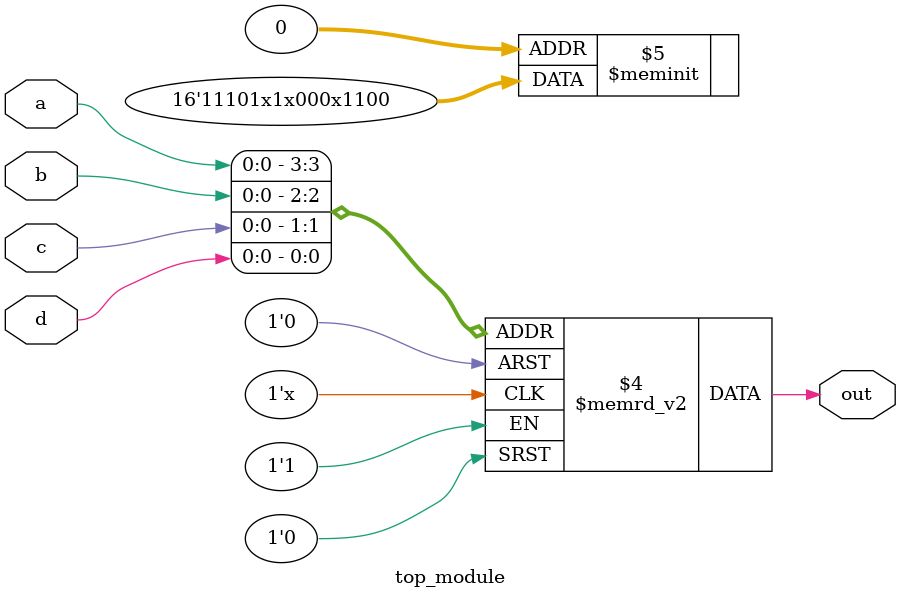
<source format=sv>
module top_module (
	input a, 
	input b,
	input c,
	input d,
	output reg out
);

	always @* begin
		case({a, b, c, d})
			4'b0000, 4'b0001, 4'b0101, 4'b0110, 4'b0111, 4'b1100: out = 1'b0;
			4'b0011, 4'b0010, 4'b1101, 4'b1110, 4'b1111: out = 1'b1;
			4'b0100, 4'b1000, 4'b1010: out = 1'bx;
			default: out = 1'b1;
		endcase
	end

endmodule

</source>
